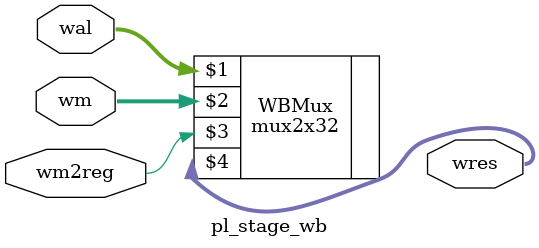
<source format=v>
module pl_stage_wb (wal,wm,wm2reg, wres); 
	input [31:0]wal;
	input [31:0]wm;
	input wm2reg;
	output [31:0] wres;
	
	mux2x32 WBMux (wal,wm,wm2reg,wres);
endmodule

</source>
